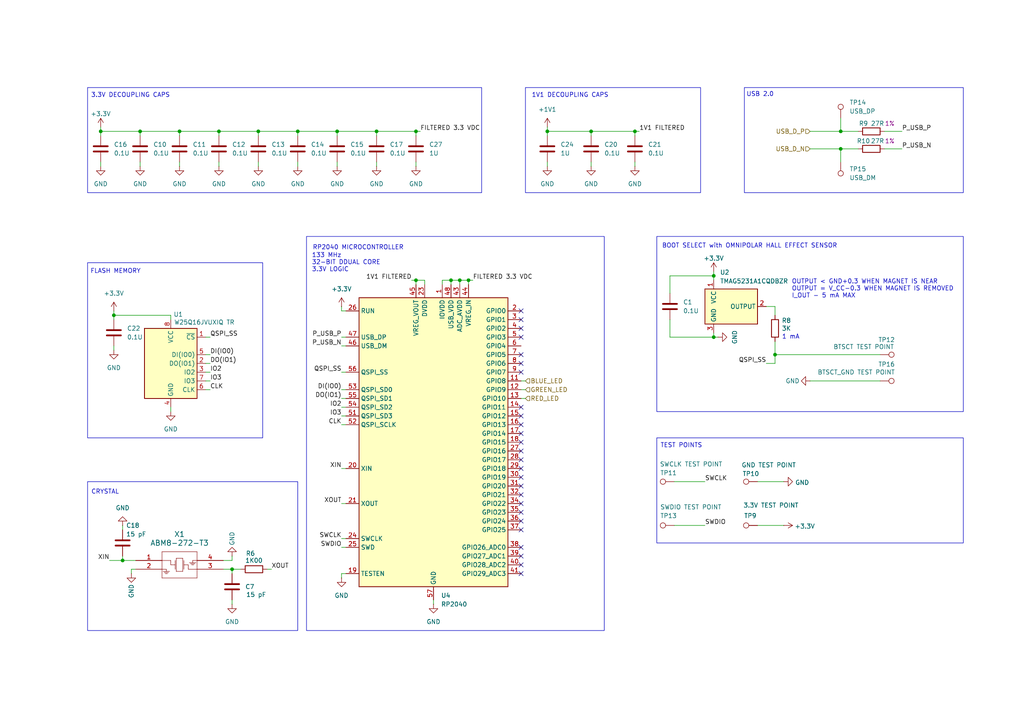
<source format=kicad_sch>
(kicad_sch (version 20231120) (generator "eeschema") (generator_version "8.0")
  (paper "A4")
  (title_block (rev "RevA") (company "Rack Robotics, Inc."))
  (lib_symbols
    (symbol "Connector:TestPoint" (pin_numbers hide) (pin_names (offset 0.762) hide)
      (property "Reference" "TP" (at 0 6.858 0))
      (property "Value" "TestPoint" (at 0 5.08 0))
      (symbol "TestPoint_0_1"
        (circle (center 0 3.302) (radius 0.762))
      )
      (symbol "TestPoint_1_1"
        (pin passive line (at 0 0 90) (length 2.54) (name "1") (number "1"))
      )
    )
    (symbol "Device:C" (pin_numbers hide) (pin_names (offset 0.254))
      (property "Reference" "C" (at 0.635 2.54 0))
      (property "Value" "C" (at 0.635 -2.54 0))
      (symbol "C_0_1"
        (polyline (pts (xy -2.032 -0.762) (xy 2.032 -0.762)) (stroke (width 0.508)))
        (polyline (pts (xy -2.032 0.762) (xy 2.032 0.762)) (stroke (width 0.508)))
      )
      (symbol "C_1_1"
        (pin passive line (at 0 3.81 270) (length 2.794) (name "~") (number "1"))
        (pin passive line (at 0 -3.81 90) (length 2.794) (name "~") (number "2"))
      )
    )
    (symbol "Device:R" (pin_numbers hide) (pin_names (offset 0))
      (property "Reference" "R" (at 2.032 0 90))
      (property "Value" "R" (at 0 0 90))
      (symbol "R_0_1"
        (rectangle (start -1.016 -2.54) (end 1.016 2.54) (stroke (width 0.254)))
      )
      (symbol "R_1_1"
        (pin passive line (at 0 3.81 270) (length 1.27) (name "~") (number "1"))
        (pin passive line (at 0 -3.81 90) (length 1.27) (name "~") (number "2"))
      )
    )
    (symbol "MCU_RaspberryPi:RP2040"
      (property "Reference" "U" (at 17.78 45.72 0))
      (property "Value" "RP2040" (at 17.78 43.18 0))
      (symbol "RP2040_0_1"
        (rectangle (start -21.59 41.91) (end 21.59 -41.91) (stroke (width 0.254)) (fill (type background)))
      )
      (symbol "RP2040_1_1"
        (pin power_in line (at 2.54 45.72 270) (length 3.81) (name "IOVDD") (number "1"))
        (pin passive line (at 2.54 45.72 270) (length 3.81) hide (name "IOVDD") (number "10"))
        (pin bidirectional line (at 25.4 17.78 180) (length 3.81) (name "GPIO8") (number "11"))
        (pin bidirectional line (at 25.4 15.24 180) (length 3.81) (name "GPIO9") (number "12"))
        (pin bidirectional line (at 25.4 12.7 180) (length 3.81) (name "GPIO10") (number "13"))
        (pin bidirectional line (at 25.4 10.16 180) (length 3.81) (name "GPIO11") (number "14"))
        (pin bidirectional line (at 25.4 7.62 180) (length 3.81) (name "GPIO12") (number "15"))
        (pin bidirectional line (at 25.4 5.08 180) (length 3.81) (name "GPIO13") (number "16"))
        (pin bidirectional line (at 25.4 2.54 180) (length 3.81) (name "GPIO14") (number "17"))
        (pin bidirectional line (at 25.4 0 180) (length 3.81) (name "GPIO15") (number "18"))
        (pin input line (at -25.4 -38.1 0) (length 3.81) (name "TESTEN") (number "19"))
        (pin bidirectional line (at 25.4 38.1 180) (length 3.81) (name "GPIO0") (number "2"))
        (pin input line (at -25.4 -7.62 0) (length 3.81) (name "XIN") (number "20"))
        (pin passive line (at -25.4 -17.78 0) (length 3.81) (name "XOUT") (number "21"))
        (pin passive line (at 2.54 45.72 270) (length 3.81) hide (name "IOVDD") (number "22"))
        (pin power_in line (at -2.54 45.72 270) (length 3.81) (name "DVDD") (number "23"))
        (pin input line (at -25.4 -27.94 0) (length 3.81) (name "SWCLK") (number "24"))
        (pin bidirectional line (at -25.4 -30.48 0) (length 3.81) (name "SWD") (number "25"))
        (pin input line (at -25.4 38.1 0) (length 3.81) (name "RUN") (number "26"))
        (pin bidirectional line (at 25.4 -2.54 180) (length 3.81) (name "GPIO16") (number "27"))
        (pin bidirectional line (at 25.4 -5.08 180) (length 3.81) (name "GPIO17") (number "28"))
        (pin bidirectional line (at 25.4 -7.62 180) (length 3.81) (name "GPIO18") (number "29"))
        (pin bidirectional line (at 25.4 35.56 180) (length 3.81) (name "GPIO1") (number "3"))
        (pin bidirectional line (at 25.4 -10.16 180) (length 3.81) (name "GPIO19") (number "30"))
        (pin bidirectional line (at 25.4 -12.7 180) (length 3.81) (name "GPIO20") (number "31"))
        (pin bidirectional line (at 25.4 -15.24 180) (length 3.81) (name "GPIO21") (number "32"))
        (pin passive line (at 2.54 45.72 270) (length 3.81) hide (name "IOVDD") (number "33"))
        (pin bidirectional line (at 25.4 -17.78 180) (length 3.81) (name "GPIO22") (number "34"))
        (pin bidirectional line (at 25.4 -20.32 180) (length 3.81) (name "GPIO23") (number "35"))
        (pin bidirectional line (at 25.4 -22.86 180) (length 3.81) (name "GPIO24") (number "36"))
        (pin bidirectional line (at 25.4 -25.4 180) (length 3.81) (name "GPIO25") (number "37"))
        (pin bidirectional line (at 25.4 -30.48 180) (length 3.81) (name "GPIO26_ADC0") (number "38"))
        (pin bidirectional line (at 25.4 -33.02 180) (length 3.81) (name "GPIO27_ADC1") (number "39"))
        (pin bidirectional line (at 25.4 33.02 180) (length 3.81) (name "GPIO2") (number "4"))
        (pin bidirectional line (at 25.4 -35.56 180) (length 3.81) (name "GPIO28_ADC2") (number "40"))
        (pin bidirectional line (at 25.4 -38.1 180) (length 3.81) (name "GPIO29_ADC3") (number "41"))
        (pin passive line (at 2.54 45.72 270) (length 3.81) hide (name "IOVDD") (number "42"))
        (pin power_in line (at 7.62 45.72 270) (length 3.81) (name "ADC_AVDD") (number "43"))
        (pin power_in line (at 10.16 45.72 270) (length 3.81) (name "VREG_IN") (number "44"))
        (pin power_out line (at -5.08 45.72 270) (length 3.81) (name "VREG_VOUT") (number "45"))
        (pin bidirectional line (at -25.4 27.94 0) (length 3.81) (name "USB_DM") (number "46"))
        (pin bidirectional line (at -25.4 30.48 0) (length 3.81) (name "USB_DP") (number "47"))
        (pin power_in line (at 5.08 45.72 270) (length 3.81) (name "USB_VDD") (number "48"))
        (pin passive line (at 2.54 45.72 270) (length 3.81) hide (name "IOVDD") (number "49"))
        (pin bidirectional line (at 25.4 30.48 180) (length 3.81) (name "GPIO3") (number "5"))
        (pin passive line (at -2.54 45.72 270) (length 3.81) hide (name "DVDD") (number "50"))
        (pin bidirectional line (at -25.4 7.62 0) (length 3.81) (name "QSPI_SD3") (number "51"))
        (pin output line (at -25.4 5.08 0) (length 3.81) (name "QSPI_SCLK") (number "52"))
        (pin bidirectional line (at -25.4 15.24 0) (length 3.81) (name "QSPI_SD0") (number "53"))
        (pin bidirectional line (at -25.4 10.16 0) (length 3.81) (name "QSPI_SD2") (number "54"))
        (pin bidirectional line (at -25.4 12.7 0) (length 3.81) (name "QSPI_SD1") (number "55"))
        (pin bidirectional line (at -25.4 20.32 0) (length 3.81) (name "QSPI_SS") (number "56"))
        (pin power_in line (at 0 -45.72 90) (length 3.81) (name "GND") (number "57"))
        (pin bidirectional line (at 25.4 27.94 180) (length 3.81) (name "GPIO4") (number "6"))
        (pin bidirectional line (at 25.4 25.4 180) (length 3.81) (name "GPIO5") (number "7"))
        (pin bidirectional line (at 25.4 22.86 180) (length 3.81) (name "GPIO6") (number "8"))
        (pin bidirectional line (at 25.4 20.32 180) (length 3.81) (name "GPIO7") (number "9"))
      )
    )
    (symbol "power:+1V1" (power) (pin_numbers hide) (pin_names (offset 0) hide)
      (property "Value" "+1V1" (at 0 3.556 0))
      (symbol "+1V1_0_1"
        (polyline (pts (xy -0.762 1.27) (xy 0 2.54)))
        (polyline (pts (xy 0 0) (xy 0 2.54)))
        (polyline (pts (xy 0 2.54) (xy 0.762 1.27)))
      )
      (symbol "+1V1_1_1"
        (pin power_in line (at 0 0 90) (length 0) (name "~") (number "1"))
      )
    )
    (symbol "power:+3.3V" (power) (pin_numbers hide) (pin_names (offset 0) hide)
      (property "Value" "+3.3V" (at 0 3.556 0))
      (symbol "+3.3V_0_1"
        (polyline (pts (xy -0.762 1.27) (xy 0 2.54)))
        (polyline (pts (xy 0 0) (xy 0 2.54)))
        (polyline (pts (xy 0 2.54) (xy 0.762 1.27)))
      )
      (symbol "+3.3V_1_1"
        (pin power_in line (at 0 0 90) (length 0) (name "~") (number "1"))
      )
    )
    (symbol "power:GND" (power) (pin_numbers hide) (pin_names (offset 0) hide)
      (property "Value" "GND" (at 0 -3.81 0))
      (symbol "GND_0_1"
        (polyline (pts (xy 0 0) (xy 0 -1.27) (xy 1.27 -1.27) (xy 0 -2.54) (xy -1.27 -1.27) (xy 0 -1.27)))
      )
      (symbol "GND_1_1"
        (pin power_in line (at 0 0 270) (length 0) (name "~") (number "1"))
      )
    )
    (symbol "project-symbols:ABM8-272-T3" (pin_names (offset 0.254))
      (property "Reference" "X" (at 12.7 7.62 0))
      (property "Value" "ABM8-272-T3" (at 12.7 5.08 0))
      (symbol "ABM8-272-T3_0_1"
        (polyline (pts (xy 7.62 -5.08) (xy 17.78 -5.08)) (stroke (width 0.127)))
        (polyline (pts (xy 7.62 -2.54) (xy 8.89 -2.54)) (stroke (width 0.127)))
        (polyline (pts (xy 7.62 2.54) (xy 7.62 -5.08)) (stroke (width 0.127)))
        (polyline (pts (xy 7.9375 -3.175) (xy 9.8425 -3.175)) (stroke (width 0.127)))
        (polyline (pts (xy 8.255 -3.4925) (xy 9.525 -3.4925)) (stroke (width 0.127)))
        (polyline (pts (xy 8.5725 -3.81) (xy 9.2075 -3.81)) (stroke (width 0.127)))
        (polyline (pts (xy 8.89 -2.54) (xy 8.89 -3.175)) (stroke (width 0.127)))
        (polyline (pts (xy 10.16 -1.27) (xy 10.16 0)) (stroke (width 0.127)))
        (polyline (pts (xy 10.16 0) (xy 7.62 0)) (stroke (width 0.127)))
        (polyline (pts (xy 11.43 -1.27) (xy 10.16 -1.27)) (stroke (width 0.127)))
        (polyline (pts (xy 11.43 0) (xy 11.43 -2.54)) (stroke (width 0.127)))
        (polyline (pts (xy 11.7475 -3.175) (xy 13.6525 -3.175)) (stroke (width 0.127)))
        (polyline (pts (xy 11.7475 0.635) (xy 11.7475 -3.175)) (stroke (width 0.127)))
        (polyline (pts (xy 13.6525 -3.175) (xy 13.6525 0.635)) (stroke (width 0.127)))
        (polyline (pts (xy 13.6525 0.635) (xy 11.7475 0.635)) (stroke (width 0.127)))
        (polyline (pts (xy 13.97 -1.27) (xy 15.24 -1.27)) (stroke (width 0.127)))
        (polyline (pts (xy 13.97 0) (xy 13.97 -2.54)) (stroke (width 0.127)))
        (polyline (pts (xy 15.24 -2.54) (xy 17.78 -2.54)) (stroke (width 0.127)))
        (polyline (pts (xy 15.24 -1.27) (xy 15.24 -2.54)) (stroke (width 0.127)))
        (polyline (pts (xy 16.51 0) (xy 16.51 -0.635)) (stroke (width 0.127)))
        (polyline (pts (xy 16.8275 -1.27) (xy 16.1925 -1.27)) (stroke (width 0.127)))
        (polyline (pts (xy 17.145 -0.9525) (xy 15.875 -0.9525)) (stroke (width 0.127)))
        (polyline (pts (xy 17.4625 -0.635) (xy 15.5575 -0.635)) (stroke (width 0.127)))
        (polyline (pts (xy 17.78 -5.08) (xy 17.78 2.54)) (stroke (width 0.127)))
        (polyline (pts (xy 17.78 0) (xy 16.51 0)) (stroke (width 0.127)))
        (polyline (pts (xy 17.78 2.54) (xy 7.62 2.54)) (stroke (width 0.127)))
      )
      (symbol "ABM8-272-T3_1_1"
        (pin unspecified line (at 0 0 0) (length 7.62) (name "") (number "1"))
        (pin unspecified line (at 0 -2.54 0) (length 7.62) (name "") (number "2"))
        (pin unspecified line (at 25.4 -2.54 180) (length 7.62) (name "") (number "3"))
        (pin unspecified line (at 25.4 0 180) (length 7.62) (name "") (number "4"))
      )
    )
    (symbol "project-symbols:TCS40DPR"
      (property "Reference" "U" (at 5.08 8.89 0))
      (property "Value" "TCS40DPR" (at 2.54 6.35 0))
      (symbol "TCS40DPR_0_1"
        (rectangle (start -7.62 5.08) (end 7.62 -5.08) (stroke (width 0.254)) (fill (type background)))
      )
      (symbol "TCS40DPR_1_1"
        (pin power_in line (at -5.08 7.62 270) (length 2.54) (name "VCC") (number "1"))
        (pin output line (at 10.16 0 180) (length 2.54) (name "OUTPUT") (number "2"))
        (pin power_in line (at -5.08 -7.62 90) (length 2.54) (name "GND") (number "3"))
      )
    )
    (symbol "project-symbols:W25Q16JVUXIQ_TR"
      (property "Reference" "U" (at -6.35 11.43 0))
      (property "Value" "W25Q16JVUXIQ TR" (at 9.906 11.43 0))
      (symbol "W25Q16JVUXIQ_TR_0_1"
        (rectangle (start -7.62 10.16) (end 7.62 -10.16) (stroke (width 0.254)) (fill (type background)))
      )
      (symbol "W25Q16JVUXIQ_TR_1_1"
        (pin input line (at 10.16 7.62 180) (length 2.54) (name "~{CS}") (number "1"))
        (pin bidirectional line (at 10.16 0 180) (length 2.54) (name "DO(IO1)") (number "2"))
        (pin bidirectional line (at 10.16 -2.54 180) (length 2.54) (name "IO2") (number "3"))
        (pin power_in line (at 0 -12.7 90) (length 2.54) (name "GND") (number "4"))
        (pin bidirectional line (at 10.16 2.54 180) (length 2.54) (name "DI(IO0)") (number "5"))
        (pin input line (at 10.16 -7.62 180) (length 2.54) (name "CLK") (number "6"))
        (pin bidirectional line (at 10.16 -5.08 180) (length 2.54) (name "IO3") (number "7"))
        (pin power_in line (at 0 12.7 270) (length 2.54) (name "VCC") (number "8"))
      )
    )
  )
  (junction (at 171.45 38.1))
  (junction (at 207.01 80.01))
  (junction (at 158.75 38.1))
  (junction (at 135.89 81.28))
  (junction (at 40.64 38.1))
  (junction (at 35.56 162.56))
  (junction (at 52.07 38.1))
  (junction (at 130.81 81.28))
  (junction (at 33.02 91.44))
  (junction (at 133.35 81.28))
  (junction (at 63.5 38.1))
  (junction (at 109.22 38.1))
  (junction (at 120.65 81.28))
  (junction (at 120.65 38.1))
  (junction (at 97.79 38.1))
  (junction (at 224.79 102.87))
  (junction (at 74.93 38.1))
  (junction (at 86.36 38.1))
  (junction (at 67.31 165.1))
  (junction (at 207.01 97.79))
  (junction (at 29.21 38.1))
  (junction (at 184.15 38.1))
  (junction (at 243.84 38.1))
  (junction (at 243.84 43.18))
  (no_connect (at 151.13 161.29))
  (no_connect (at 151.13 163.83))
  (no_connect (at 151.13 128.27))
  (no_connect (at 151.13 151.13))
  (no_connect (at 151.13 133.35))
  (no_connect (at 151.13 138.43))
  (no_connect (at 151.13 146.05))
  (no_connect (at 151.13 135.89))
  (no_connect (at 151.13 120.65))
  (no_connect (at 151.13 140.97))
  (no_connect (at 151.13 118.11))
  (no_connect (at 151.13 166.37))
  (no_connect (at 151.13 158.75))
  (no_connect (at 151.13 107.95))
  (no_connect (at 151.13 102.87))
  (no_connect (at 151.13 125.73))
  (no_connect (at 151.13 148.59))
  (no_connect (at 151.13 143.51))
  (no_connect (at 151.13 105.41))
  (no_connect (at 151.13 130.81))
  (no_connect (at 151.13 97.79))
  (no_connect (at 151.13 92.71))
  (no_connect (at 151.13 95.25))
  (no_connect (at 151.13 153.67))
  (no_connect (at 151.13 90.17))
  (no_connect (at 151.13 123.19))
  (wire (pts (xy 29.21 38.1) (xy 29.21 39.37)))
  (wire (pts (xy 86.36 38.1) (xy 74.93 38.1)))
  (wire (pts (xy 99.06 118.11) (xy 100.33 118.11)))
  (wire (pts (xy 74.93 46.99) (xy 74.93 48.26)))
  (wire (pts (xy 123.19 82.55) (xy 123.19 81.28)))
  (wire (pts (xy 99.06 167.64) (xy 99.06 166.37)))
  (wire (pts (xy 99.06 88.9) (xy 99.06 90.17)))
  (wire (pts (xy 67.31 165.1) (xy 69.85 165.1)))
  (wire (pts (xy 219.71 152.4) (xy 227.33 152.4)))
  (wire (pts (xy 120.65 38.1) (xy 121.92 38.1)))
  (wire (pts (xy 109.22 38.1) (xy 97.79 38.1)))
  (wire (pts (xy 67.31 162.56) (xy 67.31 161.29)))
  (wire (pts (xy 97.79 46.99) (xy 97.79 48.26)))
  (wire (pts (xy 99.06 90.17) (xy 100.33 90.17)))
  (wire (pts (xy 40.64 38.1) (xy 52.07 38.1)))
  (wire (pts (xy 158.75 38.1) (xy 158.75 39.37)))
  (wire (pts (xy 234.95 43.18) (xy 243.84 43.18)))
  (wire (pts (xy 35.56 162.56) (xy 39.37 162.56)))
  (wire (pts (xy 109.22 38.1) (xy 109.22 39.37)))
  (wire (pts (xy 99.06 115.57) (xy 100.33 115.57)))
  (wire (pts (xy 207.01 78.74) (xy 207.01 80.01)))
  (wire (pts (xy 222.25 105.41) (xy 224.79 105.41)))
  (wire (pts (xy 194.31 97.79) (xy 207.01 97.79)))
  (wire (pts (xy 29.21 46.99) (xy 29.21 48.26)))
  (wire (pts (xy 52.07 46.99) (xy 52.07 48.26)))
  (wire (pts (xy 224.79 102.87) (xy 255.27 102.87)))
  (wire (pts (xy 137.16 81.28) (xy 135.89 81.28)))
  (wire (pts (xy 77.47 165.1) (xy 78.74 165.1)))
  (wire (pts (xy 219.71 139.7) (xy 227.33 139.7)))
  (wire (pts (xy 184.15 38.1) (xy 171.45 38.1)))
  (wire (pts (xy 33.02 91.44) (xy 49.53 91.44)))
  (wire (pts (xy 38.1 165.1) (xy 39.37 165.1)))
  (wire (pts (xy 35.56 161.29) (xy 35.56 162.56)))
  (wire (pts (xy 184.15 38.1) (xy 185.42 38.1)))
  (wire (pts (xy 133.35 81.28) (xy 130.81 81.28)))
  (wire (pts (xy 243.84 38.1) (xy 243.84 34.29)))
  (wire (pts (xy 224.79 102.87) (xy 224.79 99.06)))
  (wire (pts (xy 99.06 156.21) (xy 100.33 156.21)))
  (wire (pts (xy 207.01 97.79) (xy 208.28 97.79)))
  (wire (pts (xy 59.69 97.79) (xy 60.96 97.79)))
  (wire (pts (xy 99.06 135.89) (xy 100.33 135.89)))
  (wire (pts (xy 195.58 152.4) (xy 204.47 152.4)))
  (wire (pts (xy 67.31 162.56) (xy 64.77 162.56)))
  (wire (pts (xy 74.93 38.1) (xy 74.93 39.37)))
  (wire (pts (xy 31.75 162.56) (xy 35.56 162.56)))
  (wire (pts (xy 184.15 39.37) (xy 184.15 38.1)))
  (wire (pts (xy 224.79 88.9) (xy 224.79 91.44)))
  (wire (pts (xy 86.36 38.1) (xy 86.36 39.37)))
  (wire (pts (xy 49.53 118.11) (xy 49.53 119.38)))
  (wire (pts (xy 99.06 166.37) (xy 100.33 166.37)))
  (wire (pts (xy 123.19 81.28) (xy 120.65 81.28)))
  (wire (pts (xy 135.89 82.55) (xy 135.89 81.28)))
  (wire (pts (xy 133.35 81.28) (xy 133.35 82.55)))
  (wire (pts (xy 99.06 97.79) (xy 100.33 97.79)))
  (wire (pts (xy 184.15 46.99) (xy 184.15 48.26)))
  (wire (pts (xy 109.22 46.99) (xy 109.22 48.26)))
  (wire (pts (xy 59.69 105.41) (xy 60.96 105.41)))
  (wire (pts (xy 130.81 81.28) (xy 130.81 82.55)))
  (wire (pts (xy 64.77 165.1) (xy 67.31 165.1)))
  (wire (pts (xy 40.64 38.1) (xy 40.64 39.37)))
  (wire (pts (xy 171.45 38.1) (xy 171.45 39.37)))
  (wire (pts (xy 120.65 46.99) (xy 120.65 48.26)))
  (wire (pts (xy 158.75 46.99) (xy 158.75 48.26)))
  (wire (pts (xy 243.84 43.18) (xy 243.84 46.99)))
  (wire (pts (xy 40.64 38.1) (xy 29.21 38.1)))
  (wire (pts (xy 99.06 123.19) (xy 100.33 123.19)))
  (wire (pts (xy 222.25 88.9) (xy 224.79 88.9)))
  (wire (pts (xy 63.5 46.99) (xy 63.5 48.26)))
  (wire (pts (xy 194.31 85.09) (xy 194.31 80.01)))
  (wire (pts (xy 151.13 113.03) (xy 152.4 113.03)))
  (wire (pts (xy 97.79 38.1) (xy 97.79 39.37)))
  (wire (pts (xy 204.47 139.7) (xy 195.58 139.7)))
  (wire (pts (xy 120.65 39.37) (xy 120.65 38.1)))
  (wire (pts (xy 52.07 38.1) (xy 52.07 39.37)))
  (wire (pts (xy 248.92 43.18) (xy 243.84 43.18)))
  (wire (pts (xy 99.06 107.95) (xy 100.33 107.95)))
  (wire (pts (xy 128.27 81.28) (xy 128.27 82.55)))
  (wire (pts (xy 120.65 38.1) (xy 109.22 38.1)))
  (wire (pts (xy 97.79 38.1) (xy 86.36 38.1)))
  (wire (pts (xy 234.95 38.1) (xy 243.84 38.1)))
  (wire (pts (xy 256.54 38.1) (xy 261.62 38.1)))
  (wire (pts (xy 99.06 113.03) (xy 100.33 113.03)))
  (wire (pts (xy 171.45 46.99) (xy 171.45 48.26)))
  (wire (pts (xy 120.65 81.28) (xy 120.65 82.55)))
  (wire (pts (xy 35.56 152.4) (xy 35.56 153.67)))
  (wire (pts (xy 59.69 107.95) (xy 60.96 107.95)))
  (wire (pts (xy 29.21 36.83) (xy 29.21 38.1)))
  (wire (pts (xy 59.69 102.87) (xy 60.96 102.87)))
  (wire (pts (xy 99.06 158.75) (xy 100.33 158.75)))
  (wire (pts (xy 151.13 115.57) (xy 152.4 115.57)))
  (wire (pts (xy 86.36 46.99) (xy 86.36 48.26)))
  (wire (pts (xy 99.06 120.65) (xy 100.33 120.65)))
  (wire (pts (xy 224.79 105.41) (xy 224.79 102.87)))
  (wire (pts (xy 38.1 166.37) (xy 38.1 165.1)))
  (wire (pts (xy 194.31 92.71) (xy 194.31 97.79)))
  (wire (pts (xy 74.93 38.1) (xy 63.5 38.1)))
  (wire (pts (xy 234.95 110.49) (xy 255.27 110.49)))
  (wire (pts (xy 207.01 96.52) (xy 207.01 97.79)))
  (wire (pts (xy 128.27 81.28) (xy 130.81 81.28)))
  (wire (pts (xy 119.38 81.28) (xy 120.65 81.28)))
  (wire (pts (xy 248.92 38.1) (xy 243.84 38.1)))
  (wire (pts (xy 33.02 100.33) (xy 33.02 101.6)))
  (wire (pts (xy 59.69 113.03) (xy 60.96 113.03)))
  (wire (pts (xy 135.89 81.28) (xy 133.35 81.28)))
  (wire (pts (xy 99.06 146.05) (xy 100.33 146.05)))
  (wire (pts (xy 63.5 38.1) (xy 52.07 38.1)))
  (wire (pts (xy 33.02 90.17) (xy 33.02 91.44)))
  (wire (pts (xy 67.31 173.99) (xy 67.31 175.26)))
  (wire (pts (xy 63.5 38.1) (xy 63.5 39.37)))
  (wire (pts (xy 59.69 110.49) (xy 60.96 110.49)))
  (wire (pts (xy 256.54 43.18) (xy 261.62 43.18)))
  (wire (pts (xy 151.13 110.49) (xy 152.4 110.49)))
  (wire (pts (xy 33.02 91.44) (xy 33.02 92.71)))
  (wire (pts (xy 171.45 38.1) (xy 158.75 38.1)))
  (wire (pts (xy 99.06 100.33) (xy 100.33 100.33)))
  (wire (pts (xy 125.73 173.99) (xy 125.73 175.26)))
  (wire (pts (xy 49.53 91.44) (xy 49.53 92.71)))
  (wire (pts (xy 207.01 80.01) (xy 207.01 81.28)))
  (wire (pts (xy 40.64 46.99) (xy 40.64 48.26)))
  (wire (pts (xy 67.31 165.1) (xy 67.31 166.37)))
  (wire (pts (xy 158.75 36.83) (xy 158.75 38.1)))
  (wire (pts (xy 194.31 80.01) (xy 207.01 80.01)))
  (rectangle (start 25.4 76.2) (end 76.2 127))
  (rectangle (start 88.9 68.58) (end 175.26 182.88))
  (rectangle (start 25.4 139.7) (end 86.36 182.88))
  (rectangle (start 190.5 68.58) (end 279.4 119.38))
  (rectangle (start 25.4 25.4) (end 139.7 55.88))
  (rectangle (start 215.9 25.4) (end 279.4 55.88))
  (rectangle (start 190.5 127) (end 279.4 157.48))
  (rectangle (start 152.4 25.4) (end 203.2 55.88))
  (text "RP2040 MICROCONTROLLER" (at 103.886 71.882 0) (effects (font (size 1.27 1.27))))
  (text "133 MHz\n32-BIT DDUAL CORE\n3.3V LOGIC" (at 90.424 76.2 0) (effects (font (size 1.27 1.27)) (justify left)))
  (text "OUTPUT < GND+0.3 WHEN MAGNET IS NEAR \nOUTPUT = V_CC-0.3 WHEN MAGNET IS REMOVED\nI_OUT - 5 mA MAX" (at 229.616 81.026 0) (effects (font (size 1.27 1.27)) (justify left top)))
  (text "TEST POINTS" (at 197.612 129.286 0) (effects (font (size 1.27 1.27))))
  (text "BOOT SELECT with OMNIPOLAR HALL EFFECT SENSOR" (at 217.424 71.374 0) (effects (font (size 1.27 1.27))))
  (text "1V1 DECOUPLING CAPS" (at 165.354 27.686 0) (effects (font (size 1.27 1.27))))
  (text "USB 2.0" (at 220.472 27.432 0) (effects (font (size 1.27 1.27))))
  (text "CRYSTAL " (at 30.988 142.748 0) (effects (font (size 1.27 1.27))))
  (text "FLASH MEMORY" (at 33.528 78.74 0) (effects (font (size 1.27 1.27))))
  (text "3.3V DECOUPLING CAPS" (at 37.846 27.686 0) (effects (font (size 1.27 1.27))))
  (text "1 mA" (at 229.362 97.79 0) (effects (font (size 1.27 1.27))))
  (label "P_USB_N" (at 261.62 43.18 0))
  (label "XIN" (at 99.06 135.89 180))
  (label "SWCLK" (at 99.06 156.21 180))
  (label "DO(IO1)" (at 60.96 105.41 0))
  (label "IO3" (at 99.06 120.65 180))
  (label "1V1 FILTERED" (at 119.38 81.28 180))
  (label "XIN" (at 31.75 162.56 180))
  (label "P_USB_N" (at 99.06 100.33 180))
  (label "CLK" (at 60.96 113.03 0))
  (label "SWCLK" (at 204.47 139.7 0))
  (label "XOUT" (at 99.06 146.05 180))
  (label "DI(IO0)" (at 99.06 113.03 180))
  (label "IO2" (at 60.96 107.95 0))
  (label "IO2" (at 99.06 118.11 180))
  (label "QSPI_SS" (at 222.25 105.41 180))
  (label "P_USB_P" (at 99.06 97.79 180))
  (label "DO(IO1)" (at 99.06 115.57 180))
  (label "SWDIO" (at 99.06 158.75 180))
  (label "XOUT" (at 78.74 165.1 0))
  (label "1V1 FILTERED" (at 185.42 38.1 0))
  (label "FILTERED 3.3 VDC" (at 121.92 38.1 0))
  (label "QSPI_SS" (at 99.06 107.95 180))
  (label "P_USB_P" (at 261.62 38.1 0))
  (label "FILTERED 3.3 VDC" (at 137.16 81.28 0))
  (label "DI(IO0)" (at 60.96 102.87 0))
  (label "CLK" (at 99.06 123.19 180))
  (label "QSPI_SS" (at 60.96 97.79 0))
  (label "IO3" (at 60.96 110.49 0))
  (label "SWDIO" (at 204.47 152.4 0))
  (hierarchical_label "USB_D_P" (shape input) (at 234.95 38.1 180))
  (hierarchical_label "USB_D_N" (shape input) (at 234.95 43.18 180))
  (hierarchical_label "GREEN_LED" (shape input) (at 152.4 113.03 0))
  (hierarchical_label "BLUE_LED" (shape input) (at 152.4 110.49 0))
  (hierarchical_label "RED_LED" (shape input) (at 152.4 115.57 0))
  (symbol (lib_id "Connector:TestPoint") (at 255.27 102.87 270) (unit 1)
    (property "Reference" "TP12" (at 259.588 98.552 90) (effects (justify right)))
    (property "Value" "BTSCT TEST POINT" (at 259.334 100.584 90) (effects (justify right)))
    (property "Footprint" "TestPoint:TestPoint_Pad_1.0x1.0mm" (effects (hide yes)))
    (property "Description" "test point" (effects (hide yes)))
  )
  (symbol (lib_id "Device:C") (at 67.31 170.18 0) (unit 1)
    (property "Reference" "C7" (at 71.12 170.18 0) (effects (justify left)))
    (property "Value" "15 pF" (at 71.374 172.466 0) (effects (justify left)))
    (property "Footprint" "Capacitor_SMD:C_0402_1005Metric" (effects (hide yes)))
    (property "Supplier" "Digikey Electronics" (effects (hide yes)))
    (property "Manufacterer" "YAGEO" (effects (hide yes)))
    (property "Max Voltage" "50V" (effects (hide yes)))
    (property "Max Package Height " "0.90 mm" (effects (hide yes)))
    (property "Tolerance" "5%" (effects (hide yes)))
    (property "Dielectric" "NP0" (effects (hide yes)))
  )
  (symbol (lib_id "project-symbols:W25Q16JVUXIQ_TR") (at 49.53 105.41 0) (unit 1)
    (property "Reference" "U1" (at 53.086 91.186 0) (effects (justify right)))
    (property "Value" "W25Q16JVUXIQ TR" (at 68.072 93.472 0) (effects (justify right)))
    (property "Footprint" "project-footprints:W25Q16JVUXIQ_TR" (effects (hide yes)))
    (property "Datasheet" "https://www.winbond.com/resource-files/w25q16jv%20spi%20revh%2004082019%20plus.pdf" (effects (hide yes)))
    (property "Description" "FLASH - NOR Memory IC 16Mbit SPI - Quad I/O 133 MHz 6 ns 8-USON (2x3)" (effects (hide yes)))
    (property "Supplier" "Digikey Electronics" (effects (hide yes)))
    (property "Supplier#" "256-W25Q16JVUXIQTRCT-ND" (effects (hide yes)))
    (property "Manufacterer" "Winbond Electronics" (effects (hide yes)))
    (property "Max Package Height " "0.6 mm" (effects (hide yes)))
  )
  (symbol (lib_id "power:+3.3V") (at 33.02 90.17 0) (unit 1)
    (property "Reference" "#PWR030" (effects (hide yes)))
    (property "Value" "+3.3V" (at 33.02 85.09 0))
    (property "Description" "Power symbol creates a global label with name \"+3.3V\"" (effects (hide yes)))
  )
  (symbol (lib_id "project-symbols:ABM8-272-T3") (at 39.37 162.56 0) (unit 1)
    (property "Reference" "X1" (at 52.07 154.94 0) (effects (font (size 1.524 1.524))))
    (property "Value" "ABM8-272-T3" (at 52.07 157.48 0) (effects (font (size 1.524 1.524))))
    (property "Footprint" "project-footprints:ABM8-272-T3" (effects (hide yes)))
    (property "Datasheet" "ABM8-272-T3" (effects (hide yes)))
    (property "Description" "12 MHz ±30ppm Crystal 10pF 50 Ohms 4-SMD, No Lead" (effects (hide yes)))
    (property "Supplier" "Digikey Electronics" (effects (hide yes)))
    (property "Supplier#" "535-ABM8-272-T3CT-ND" (effects (hide yes)))
    (property "Manufacterer" "Abracon LLC" (effects (hide yes)))
  )
  (symbol (lib_id "Device:C") (at 109.22 43.18 0) (unit 1)
    (property "Reference" "C17" (at 113.03 41.9099 0) (effects (justify left)))
    (property "Value" "0.1U" (at 113.03 44.4499 0) (effects (justify left)))
    (property "Footprint" "Capacitor_SMD:C_0402_1005Metric" (effects (hide yes)))
    (property "Supplier" "Digikey Electronics" (effects (hide yes)))
    (property "Manufacterer" "YAGEO" (effects (hide yes)))
    (property "Tolerance" "10%" (effects (hide yes)))
    (property "Dielectric" "X7R" (effects (hide yes)))
    (property "Max Package Height " "0.90 mm" (effects (hide yes)))
    (property "Max Voltage" "50V" (effects (hide yes)))
  )
  (symbol (lib_id "Connector:TestPoint") (at 195.58 152.4 90) (unit 1)
    (property "Reference" "TP13" (at 196.342 149.606 90) (effects (justify left)))
    (property "Value" "SWDIO TEST POINT" (at 209.296 147.066 90) (effects (justify left)))
    (property "Footprint" "TestPoint:TestPoint_Pad_1.0x1.0mm" (effects (hide yes)))
    (property "Description" "test point" (effects (hide yes)))
  )
  (symbol (lib_id "Connector:TestPoint") (at 195.58 139.7 90) (unit 1)
    (property "Reference" "TP11" (at 196.342 137.16 90) (effects (justify left)))
    (property "Value" "SWCLK TEST POINT" (at 209.55 134.62 90) (effects (justify left)))
    (property "Footprint" "TestPoint:TestPoint_Pad_1.0x1.0mm" (effects (hide yes)))
    (property "Description" "test point" (effects (hide yes)))
  )
  (symbol (lib_id "Device:C") (at 74.93 43.18 0) (unit 1)
    (property "Reference" "C13" (at 78.74 41.9099 0) (effects (justify left)))
    (property "Value" "0.1U" (at 78.74 44.4499 0) (effects (justify left)))
    (property "Footprint" "Capacitor_SMD:C_0402_1005Metric" (effects (hide yes)))
    (property "Supplier" "Digikey Electronics" (effects (hide yes)))
    (property "Manufacterer" "YAGEO" (effects (hide yes)))
    (property "Tolerance" "10%" (effects (hide yes)))
    (property "Dielectric" "X7R" (effects (hide yes)))
    (property "Max Package Height " "0.90 mm" (effects (hide yes)))
    (property "Max Voltage" "50V" (effects (hide yes)))
  )
  (symbol (lib_id "Device:C") (at 171.45 43.18 0) (unit 1)
    (property "Reference" "C20" (at 175.26 41.9099 0) (effects (justify left)))
    (property "Value" "0.1U" (at 175.26 44.4499 0) (effects (justify left)))
    (property "Footprint" "Capacitor_SMD:C_0402_1005Metric" (effects (hide yes)))
    (property "Supplier" "Digikey Electronics" (effects (hide yes)))
    (property "Manufacterer" "YAGEO" (effects (hide yes)))
    (property "Tolerance" "10%" (effects (hide yes)))
    (property "Dielectric" "X7R" (effects (hide yes)))
    (property "Max Package Height " "0.90 mm" (effects (hide yes)))
    (property "Max Voltage" "50V" (effects (hide yes)))
  )
  (symbol (lib_id "power:GND") (at 227.33 139.7 90) (unit 1)
    (property "Reference" "#PWR052" (effects (hide yes)))
    (property "Value" "GND" (at 232.664 139.954 90))
    (property "Description" "Power symbol creates a global label with name \"GND\" , ground" (effects (hide yes)))
  )
  (symbol (lib_id "Device:C") (at 29.21 43.18 0) (unit 1)
    (property "Reference" "C16" (at 33.02 41.9099 0) (effects (justify left)))
    (property "Value" "0.1U" (at 33.02 44.4499 0) (effects (justify left)))
    (property "Footprint" "Capacitor_SMD:C_0402_1005Metric" (effects (hide yes)))
    (property "Supplier" "Digikey Electronics" (effects (hide yes)))
    (property "Manufacterer" "YAGEO" (effects (hide yes)))
    (property "Tolerance" "10%" (effects (hide yes)))
    (property "Dielectric" "X7R" (effects (hide yes)))
    (property "Max Package Height " "0.90 mm" (effects (hide yes)))
    (property "Max Voltage" "50V" (effects (hide yes)))
  )
  (symbol (lib_id "MCU_RaspberryPi:RP2040") (at 125.73 128.27 0) (unit 1)
    (property "Reference" "U4" (at 127.9241 172.72 0) (effects (justify left)))
    (property "Value" "RP2040" (at 127.9241 175.26 0) (effects (justify left)))
    (property "Footprint" "Package_DFN_QFN:QFN-56-1EP_7x7mm_P0.4mm_EP3.2x3.2mm" (effects (hide yes)))
    (property "Datasheet" "https://datasheets.raspberrypi.com/rp2040/rp2040-datasheet.pdf" (effects (hide yes)))
    (property "Description" "A microcontroller by Raspberry Pi" (effects (hide yes)))
    (property "Supplier" "Digikey Electronics" (effects (hide yes)))
    (property "Supplier#" "2648-SC0914(13)CT-ND" (effects (hide yes)))
    (property "Manufacterer" "Raspberry Pi" (effects (hide yes)))
    (property "Max Package Height " "0.9 mm" (effects (hide yes)))
  )
  (symbol (lib_id "power:+3.3V") (at 29.21 36.83 0) (unit 1)
    (property "Reference" "#PWR028" (effects (hide yes)))
    (property "Value" "+3.3V" (at 29.21 33.02 0))
    (property "Description" "Power symbol creates a global label with name \"+3.3V\"" (effects (hide yes)))
  )
  (symbol (lib_id "Device:R") (at 252.73 38.1 90) (unit 1)
    (property "Reference" "R9" (at 250.444 35.814 90))
    (property "Value" "27R" (at 254.508 35.814 90))
    (property "Footprint" "Resistor_SMD:R_0402_1005Metric" (effects (hide yes)))
    (property "Tolerance" "1%" (at 258.064 35.814 90))
    (property "Supplier" "Digikey Electronics" (effects (hide yes)))
    (property "Manufacterer" "YAGEO" (effects (hide yes)))
    (property "Max Package Height " "0.55 mm" (effects (hide yes)))
  )
  (symbol (lib_id "power:GND") (at 49.53 119.38 0) (unit 1)
    (property "Reference" "#PWR035" (effects (hide yes)))
    (property "Value" "GND" (at 49.53 124.46 0))
    (property "Description" "Power symbol creates a global label with name \"GND\" , ground" (effects (hide yes)))
  )
  (symbol (lib_id "Device:C") (at 40.64 43.18 0) (unit 1)
    (property "Reference" "C10" (at 44.45 41.9099 0) (effects (justify left)))
    (property "Value" "0.1U" (at 44.45 44.4499 0) (effects (justify left)))
    (property "Footprint" "Capacitor_SMD:C_0402_1005Metric" (effects (hide yes)))
    (property "Supplier" "Digikey Electronics" (effects (hide yes)))
    (property "Manufacterer" "YAGEO" (effects (hide yes)))
    (property "Tolerance" "10%" (effects (hide yes)))
    (property "Dielectric" "X7R" (effects (hide yes)))
    (property "Max Package Height " "0.90 mm" (effects (hide yes)))
    (property "Max Voltage" "50V" (effects (hide yes)))
  )
  (symbol (lib_id "power:GND") (at 67.31 175.26 0) (unit 1)
    (property "Reference" "#PWR033" (effects (hide yes)))
    (property "Value" "GND" (at 67.31 180.34 0))
    (property "Description" "Power symbol creates a global label with name \"GND\" , ground" (effects (hide yes)))
  )
  (symbol (lib_id "power:GND") (at 125.73 175.26 0) (unit 1)
    (property "Reference" "#PWR045" (effects (hide yes)))
    (property "Value" "GND" (at 125.73 180.34 0))
    (property "Description" "Power symbol creates a global label with name \"GND\" , ground" (effects (hide yes)))
  )
  (symbol (lib_id "power:GND") (at 120.65 48.26 0) (unit 1)
    (property "Reference" "#PWR044" (effects (hide yes)))
    (property "Value" "GND" (at 120.65 53.34 0))
    (property "Description" "Power symbol creates a global label with name \"GND\" , ground" (effects (hide yes)))
  )
  (symbol (lib_id "Device:C") (at 63.5 43.18 0) (unit 1)
    (property "Reference" "C12" (at 67.31 41.9099 0) (effects (justify left)))
    (property "Value" "0.1U" (at 67.31 44.4499 0) (effects (justify left)))
    (property "Footprint" "Capacitor_SMD:C_0402_1005Metric" (effects (hide yes)))
    (property "Supplier" "Digikey Electronics" (effects (hide yes)))
    (property "Manufacterer" "YAGEO" (effects (hide yes)))
    (property "Tolerance" "10%" (effects (hide yes)))
    (property "Dielectric" "X7R" (effects (hide yes)))
    (property "Max Package Height " "0.90 mm" (effects (hide yes)))
    (property "Max Voltage" "50V" (effects (hide yes)))
  )
  (symbol (lib_id "Device:C") (at 86.36 43.18 0) (unit 1)
    (property "Reference" "C14" (at 90.17 41.9099 0) (effects (justify left)))
    (property "Value" "0.1U" (at 90.17 44.4499 0) (effects (justify left)))
    (property "Footprint" "Capacitor_SMD:C_0402_1005Metric" (effects (hide yes)))
    (property "Supplier" "Digikey Electronics" (effects (hide yes)))
    (property "Manufacterer" "YAGEO" (effects (hide yes)))
    (property "Tolerance" "10%" (effects (hide yes)))
    (property "Dielectric" "X7R" (effects (hide yes)))
    (property "Max Package Height " "0.90 mm" (effects (hide yes)))
    (property "Max Voltage" "50V" (effects (hide yes)))
  )
  (symbol (lib_id "power:GND") (at 99.06 167.64 0) (unit 1)
    (property "Reference" "#PWR042" (effects (hide yes)))
    (property "Value" "GND" (at 99.06 172.72 0))
    (property "Description" "Power symbol creates a global label with name \"GND\" , ground" (effects (hide yes)))
  )
  (symbol (lib_id "power:GND") (at 29.21 48.26 0) (unit 1)
    (property "Reference" "#PWR029" (effects (hide yes)))
    (property "Value" "GND" (at 29.21 53.34 0))
    (property "Description" "Power symbol creates a global label with name \"GND\" , ground" (effects (hide yes)))
  )
  (symbol (lib_id "power:GND") (at 208.28 97.79 90) (unit 1)
    (property "Reference" "#PWR02" (effects (hide yes)))
    (property "Value" "GND" (at 213.106 97.79 0))
    (property "Description" "Power symbol creates a global label with name \"GND\" , ground" (effects (hide yes)))
  )
  (symbol (lib_id "power:GND") (at 86.36 48.26 0) (unit 1)
    (property "Reference" "#PWR039" (effects (hide yes)))
    (property "Value" "GND" (at 86.36 53.34 0))
    (property "Description" "Power symbol creates a global label with name \"GND\" , ground" (effects (hide yes)))
  )
  (symbol (lib_id "power:+3.3V") (at 99.06 88.9 0) (unit 1)
    (property "Reference" "#PWR041" (effects (hide yes)))
    (property "Value" "+3.3V" (at 99.06 83.82 0))
    (property "Description" "Power symbol creates a global label with name \"+3.3V\"" (effects (hide yes)))
  )
  (symbol (lib_id "Connector:TestPoint") (at 243.84 34.29 0) (unit 1)
    (property "Reference" "TP14" (at 246.38 29.7179 0) (effects (justify left)))
    (property "Value" "USB_DP" (at 246.38 32.2579 0) (effects (justify left)))
    (property "Footprint" "TestPoint:TestPoint_Pad_1.0x1.0mm" (effects (hide yes)))
    (property "Description" "test point" (effects (hide yes)))
  )
  (symbol (lib_id "power:GND") (at 63.5 48.26 0) (unit 1)
    (property "Reference" "#PWR037" (effects (hide yes)))
    (property "Value" "GND" (at 63.5 53.34 0))
    (property "Description" "Power symbol creates a global label with name \"GND\" , ground" (effects (hide yes)))
  )
  (symbol (lib_id "Device:R") (at 73.66 165.1 270) (unit 1)
    (property "Reference" "R6" (at 72.644 160.528 90))
    (property "Value" "1K00" (at 73.66 162.56 90))
    (property "Footprint" "Resistor_SMD:R_0402_1005Metric" (effects (hide yes)))
    (property "Tolerance" "1%" (effects (hide yes)))
    (property "Supplier" "Digikey Electronics" (effects (hide yes)))
    (property "Manufacterer" "YAGEO" (effects (hide yes)))
    (property "Max Package Height " "0.55 mm" (effects (hide yes)))
  )
  (symbol (lib_id "power:GND") (at 40.64 48.26 0) (unit 1)
    (property "Reference" "#PWR034" (effects (hide yes)))
    (property "Value" "GND" (at 40.64 53.34 0))
    (property "Description" "Power symbol creates a global label with name \"GND\" , ground" (effects (hide yes)))
  )
  (symbol (lib_id "Device:C") (at 158.75 43.18 0) (unit 1)
    (property "Reference" "C24" (at 162.56 41.9099 0) (effects (justify left)))
    (property "Value" "1U" (at 162.56 44.4499 0) (effects (justify left)))
    (property "Footprint" "Capacitor_SMD:C_0402_1005Metric" (effects (hide yes)))
    (property "Supplier" "Digikey Electronics" (effects (hide yes)))
    (property "Manufacterer" "YAGEO" (effects (hide yes)))
    (property "Dielectric" "X7R" (effects (hide yes)))
    (property "Max Package Height " "0.90 mm" (effects (hide yes)))
    (property "Max Voltage" "50V" (effects (hide yes)))
    (property "Tolerance" "10%" (effects (hide yes)))
  )
  (symbol (lib_id "power:+3.3V") (at 227.33 152.4 270) (unit 1)
    (property "Reference" "#PWR051" (effects (hide yes)))
    (property "Value" "+3.3V" (at 233.426 152.654 90))
    (property "Description" "Power symbol creates a global label with name \"+3.3V\"" (effects (hide yes)))
  )
  (symbol (lib_id "power:GND") (at 158.75 48.26 0) (unit 1)
    (property "Reference" "#PWR047" (effects (hide yes)))
    (property "Value" "GND" (at 158.75 53.34 0))
    (property "Description" "Power symbol creates a global label with name \"GND\" , ground" (effects (hide yes)))
  )
  (symbol (lib_id "Device:C") (at 184.15 43.18 0) (unit 1)
    (property "Reference" "C21" (at 187.96 41.9099 0) (effects (justify left)))
    (property "Value" "0.1U" (at 187.96 44.4499 0) (effects (justify left)))
    (property "Footprint" "Capacitor_SMD:C_0402_1005Metric" (effects (hide yes)))
    (property "Supplier" "Digikey Electronics" (effects (hide yes)))
    (property "Manufacterer" "YAGEO" (effects (hide yes)))
    (property "Tolerance" "10%" (effects (hide yes)))
    (property "Dielectric" "X7R" (effects (hide yes)))
    (property "Max Package Height " "0.90 mm" (effects (hide yes)))
    (property "Max Voltage" "50V" (effects (hide yes)))
  )
  (symbol (lib_id "power:GND") (at 74.93 48.26 0) (unit 1)
    (property "Reference" "#PWR038" (effects (hide yes)))
    (property "Value" "GND" (at 74.93 53.34 0))
    (property "Description" "Power symbol creates a global label with name \"GND\" , ground" (effects (hide yes)))
  )
  (symbol (lib_id "Connector:TestPoint") (at 255.27 110.49 270) (unit 1)
    (property "Reference" "TP16" (at 259.588 105.664 90) (effects (justify right)))
    (property "Value" "BTSCT_GND TEST POINT" (at 259.588 107.95 90) (effects (justify right)))
    (property "Footprint" "TestPoint:TestPoint_Pad_1.0x1.0mm" (effects (hide yes)))
    (property "Description" "test point" (effects (hide yes)))
  )
  (symbol (lib_id "power:GND") (at 67.31 161.29 180) (unit 1)
    (property "Reference" "#PWR01" (effects (hide yes)))
    (property "Value" "GND" (at 67.31 156.21 90))
    (property "Description" "Power symbol creates a global label with name \"GND\" , ground" (effects (hide yes)))
  )
  (symbol (lib_id "Device:R") (at 224.79 95.25 0) (unit 1)
    (property "Reference" "R8" (at 228.092 92.964 0))
    (property "Value" "3K" (at 228.092 95.25 0))
    (property "Footprint" "Resistor_SMD:R_0402_1005Metric" (effects (hide yes)))
    (property "Supplier" "Digikey Electronics" (effects (hide yes)))
    (property "Manufacterer" "YAGEO" (effects (hide yes)))
    (property "Max Package Height " "0.55 mm" (effects (hide yes)))
    (property "Tolerance" "1%" (effects (hide yes)))
  )
  (symbol (lib_id "Connector:TestPoint") (at 219.71 139.7 90) (unit 1)
    (property "Reference" "TP10" (at 220.218 137.414 90) (effects (justify left)))
    (property "Value" "GND TEST POINT" (at 230.886 134.874 90) (effects (justify left)))
    (property "Footprint" "TestPoint:TestPoint_Pad_1.0x1.0mm" (effects (hide yes)))
    (property "Description" "test point" (effects (hide yes)))
  )
  (symbol (lib_id "power:GND") (at 52.07 48.26 0) (unit 1)
    (property "Reference" "#PWR036" (effects (hide yes)))
    (property "Value" "GND" (at 52.07 53.34 0))
    (property "Description" "Power symbol creates a global label with name \"GND\" , ground" (effects (hide yes)))
  )
  (symbol (lib_id "Device:R") (at 252.73 43.18 90) (unit 1)
    (property "Reference" "R10" (at 250.444 40.894 90))
    (property "Value" "27R" (at 254.508 40.894 90))
    (property "Footprint" "Resistor_SMD:R_0402_1005Metric" (effects (hide yes)))
    (property "Tolerance" "1%" (at 258.064 40.894 90))
    (property "Supplier" "Digikey Electronics" (effects (hide yes)))
    (property "Manufacterer" "YAGEO" (effects (hide yes)))
    (property "Max Package Height " "0.55 mm" (effects (hide yes)))
  )
  (symbol (lib_id "Connector:TestPoint") (at 243.84 46.99 180) (unit 1)
    (property "Reference" "TP15" (at 246.38 49.0219 0) (effects (justify right)))
    (property "Value" "USB_DM" (at 246.38 51.5619 0) (effects (justify right)))
    (property "Footprint" "TestPoint:TestPoint_Pad_1.0x1.0mm" (effects (hide yes)))
    (property "Description" "test point" (effects (hide yes)))
  )
  (symbol (lib_id "Device:C") (at 194.31 88.9 0) (unit 1)
    (property "Reference" "C1" (at 198.12 87.6299 0) (effects (justify left)))
    (property "Value" "0.1U" (at 198.12 90.1699 0) (effects (justify left)))
    (property "Footprint" "Capacitor_SMD:C_0402_1005Metric" (effects (hide yes)))
    (property "Supplier" "Digikey Electronics" (effects (hide yes)))
    (property "Manufacterer" "YAGEO" (effects (hide yes)))
    (property "Tolerance" "10%" (effects (hide yes)))
    (property "Dielectric" "X7R" (effects (hide yes)))
    (property "Max Package Height " "0.90 mm" (effects (hide yes)))
    (property "Max Voltage" "50V" (effects (hide yes)))
  )
  (symbol (lib_id "project-symbols:TCS40DPR") (at 212.09 88.9 0) (unit 1)
    (property "Reference" "U2" (at 211.582 78.994 0) (effects (justify right)))
    (property "Value" "TMAG5231A1CQDBZR" (at 228.6 81.534 0) (effects (justify right)))
    (property "Footprint" "Package_TO_SOT_SMD:SOT-23" (effects (hide yes)))
    (property "Datasheet" "https://toshiba.semicon-storage.com/info/TCS40DPR_datasheet_en_20150403.pdf?did=30107&prodName=TCS40DPR" (effects (hide yes)))
    (property "Description" "Hall Effect Switch, SOT-23" (effects (hide yes)))
    (property "Supplier" "Digikey Electronics" (effects (hide yes)))
    (property "Supplier#" "296-TMAG5231A1CQDBZRCT-ND" (effects (hide yes)))
    (property "Manufacterer" "Texas Instruments" (effects (hide yes)))
  )
  (symbol (lib_id "Connector:TestPoint") (at 219.71 152.4 90) (unit 1)
    (property "Reference" "TP9" (at 219.456 149.606 90) (effects (justify left)))
    (property "Value" "3.3V TEST POINT" (at 231.648 146.558 90) (effects (justify left)))
    (property "Footprint" "TestPoint:TestPoint_Pad_1.0x1.0mm" (effects (hide yes)))
    (property "Description" "test point" (effects (hide yes)))
  )
  (symbol (lib_id "Device:C") (at 52.07 43.18 0) (unit 1)
    (property "Reference" "C11" (at 55.88 41.9099 0) (effects (justify left)))
    (property "Value" "0.1U" (at 55.88 44.4499 0) (effects (justify left)))
    (property "Footprint" "Capacitor_SMD:C_0402_1005Metric" (effects (hide yes)))
    (property "Supplier" "Digikey Electronics" (effects (hide yes)))
    (property "Manufacterer" "YAGEO" (effects (hide yes)))
    (property "Tolerance" "10%" (effects (hide yes)))
    (property "Dielectric" "X7R" (effects (hide yes)))
    (property "Max Package Height " "0.90 mm" (effects (hide yes)))
    (property "Max Voltage" "50V" (effects (hide yes)))
  )
  (symbol (lib_id "power:GND") (at 234.95 110.49 270) (unit 1)
    (property "Reference" "#PWR054" (effects (hide yes)))
    (property "Value" "GND" (at 229.87 110.49 90))
    (property "Description" "Power symbol creates a global label with name \"GND\" , ground" (effects (hide yes)))
  )
  (symbol (lib_id "power:GND") (at 97.79 48.26 0) (unit 1)
    (property "Reference" "#PWR040" (effects (hide yes)))
    (property "Value" "GND" (at 97.79 53.34 0))
    (property "Description" "Power symbol creates a global label with name \"GND\" , ground" (effects (hide yes)))
  )
  (symbol (lib_id "power:GND") (at 35.56 152.4 180) (unit 1)
    (property "Reference" "#PWR032" (effects (hide yes)))
    (property "Value" "GND" (at 35.56 147.32 0))
    (property "Description" "Power symbol creates a global label with name \"GND\" , ground" (effects (hide yes)))
  )
  (symbol (lib_id "power:+3.3V") (at 207.01 78.74 0) (unit 1)
    (property "Reference" "#PWR03" (effects (hide yes)))
    (property "Value" "+3.3V" (at 207.01 74.93 0))
    (property "Description" "Power symbol creates a global label with name \"+3.3V\"" (effects (hide yes)))
  )
  (symbol (lib_id "power:GND") (at 38.1 166.37 0) (unit 1)
    (property "Reference" "#PWR073" (effects (hide yes)))
    (property "Value" "GND" (at 38.1 171.45 90))
    (property "Description" "Power symbol creates a global label with name \"GND\" , ground" (effects (hide yes)))
  )
  (symbol (lib_id "power:GND") (at 109.22 48.26 0) (unit 1)
    (property "Reference" "#PWR043" (effects (hide yes)))
    (property "Value" "GND" (at 109.22 53.34 0))
    (property "Description" "Power symbol creates a global label with name \"GND\" , ground" (effects (hide yes)))
  )
  (symbol (lib_id "Device:C") (at 97.79 43.18 0) (unit 1)
    (property "Reference" "C15" (at 101.6 41.9099 0) (effects (justify left)))
    (property "Value" "0.1U" (at 101.6 44.4499 0) (effects (justify left)))
    (property "Footprint" "Capacitor_SMD:C_0402_1005Metric" (effects (hide yes)))
    (property "Supplier" "Digikey Electronics" (effects (hide yes)))
    (property "Manufacterer" "YAGEO" (effects (hide yes)))
    (property "Tolerance" "10%" (effects (hide yes)))
    (property "Dielectric" "X7R" (effects (hide yes)))
    (property "Max Package Height " "0.90 mm" (effects (hide yes)))
    (property "Max Voltage" "50V" (effects (hide yes)))
  )
  (symbol (lib_id "power:GND") (at 171.45 48.26 0) (unit 1)
    (property "Reference" "#PWR048" (effects (hide yes)))
    (property "Value" "GND" (at 171.45 53.34 0))
    (property "Description" "Power symbol creates a global label with name \"GND\" , ground" (effects (hide yes)))
  )
  (symbol (lib_id "Device:C") (at 33.02 96.52 0) (unit 1)
    (property "Reference" "C22" (at 36.83 95.2499 0) (effects (justify left)))
    (property "Value" "0.1U" (at 36.83 97.7899 0) (effects (justify left)))
    (property "Footprint" "Capacitor_SMD:C_0402_1005Metric" (effects (hide yes)))
    (property "Supplier" "Digikey Electronics" (effects (hide yes)))
    (property "Manufacterer" "YAGEO" (effects (hide yes)))
    (property "Tolerance" "10%" (effects (hide yes)))
    (property "Dielectric" "X7R" (effects (hide yes)))
    (property "Max Package Height " "0.90 mm" (effects (hide yes)))
    (property "Max Voltage" "50V" (effects (hide yes)))
  )
  (symbol (lib_id "Device:C") (at 35.56 157.48 0) (unit 1)
    (property "Reference" "C18" (at 36.576 152.4 0) (effects (justify left)))
    (property "Value" "15 pF" (at 36.576 154.94 0) (effects (justify left)))
    (property "Footprint" "Capacitor_SMD:C_0402_1005Metric" (effects (hide yes)))
    (property "Supplier" "Digikey Electronics" (effects (hide yes)))
    (property "Manufacterer" "YAGEO" (effects (hide yes)))
    (property "Max Voltage" "50V" (effects (hide yes)))
    (property "Max Package Height " "0.90 mm" (effects (hide yes)))
    (property "Tolerance" "5%" (effects (hide yes)))
    (property "Dielectric" "NP0" (effects (hide yes)))
  )
  (symbol (lib_id "Device:C") (at 120.65 43.18 0) (unit 1)
    (property "Reference" "C27" (at 124.46 41.9099 0) (effects (justify left)))
    (property "Value" "1U" (at 124.46 44.4499 0) (effects (justify left)))
    (property "Footprint" "Capacitor_SMD:C_0402_1005Metric" (effects (hide yes)))
    (property "Supplier" "Digikey Electronics" (effects (hide yes)))
    (property "Manufacterer" "YAGEO" (effects (hide yes)))
    (property "Dielectric" "X7R" (effects (hide yes)))
    (property "Max Package Height " "0.90 mm" (effects (hide yes)))
    (property "Max Voltage" "50V" (effects (hide yes)))
    (property "Tolerance" "10%" (effects (hide yes)))
  )
  (symbol (lib_id "power:GND") (at 33.02 101.6 0) (unit 1)
    (property "Reference" "#PWR031" (effects (hide yes)))
    (property "Value" "GND" (at 33.02 106.68 0))
    (property "Description" "Power symbol creates a global label with name \"GND\" , ground" (effects (hide yes)))
  )
  (symbol (lib_id "power:GND") (at 184.15 48.26 0) (unit 1)
    (property "Reference" "#PWR049" (effects (hide yes)))
    (property "Value" "GND" (at 184.15 53.34 0))
    (property "Description" "Power symbol creates a global label with name \"GND\" , ground" (effects (hide yes)))
  )
  (symbol (lib_id "power:+1V1") (at 158.75 36.83 0) (unit 1)
    (property "Reference" "#PWR046" (effects (hide yes)))
    (property "Value" "+1V1" (at 158.75 31.75 0))
    (property "Description" "Power symbol creates a global label with name \"+1V1\"" (effects (hide yes)))
  )
)
</source>
